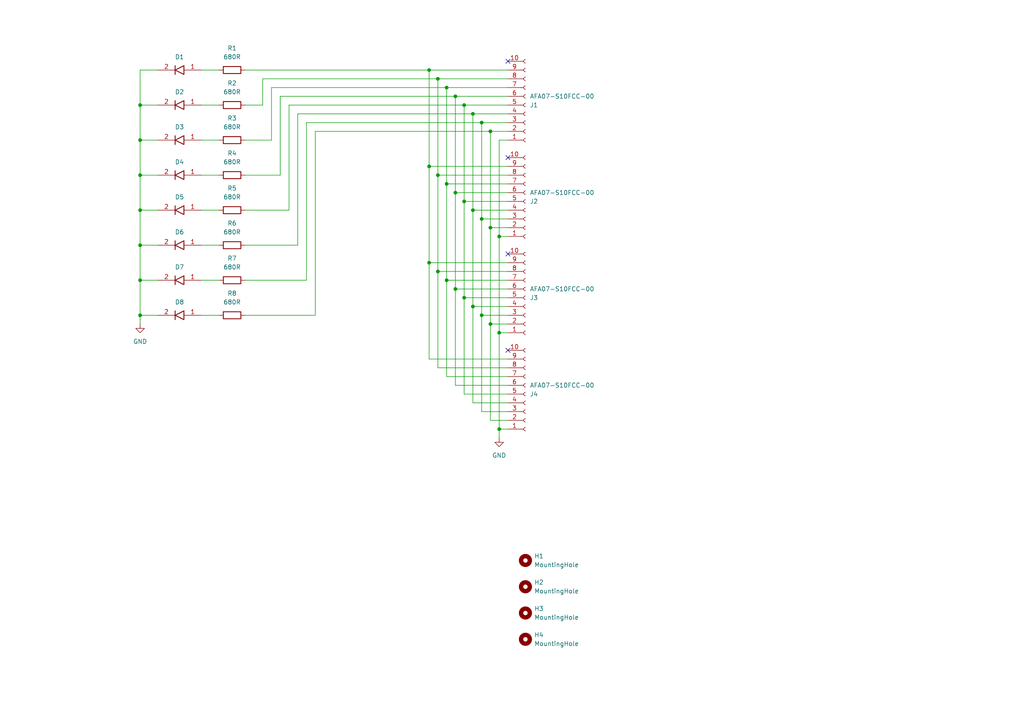
<source format=kicad_sch>
(kicad_sch (version 20231120) (generator "eeschema") (generator_version "8.0")
  (paper "A4")
  (title_block (title "${article} v${version}"))
  (lib_symbols
    (symbol "Mechanical:MountingHole" (pin_names (offset 1.016)) (exclude_from_sim yes) (in_bom no)
      (property "Reference" "H" (at 0 5.08 0))
      (property "Value" "MountingHole" (at 0 3.175 0))
      (symbol "MountingHole_0_1"
        (circle (center 0 0) (radius 1.27) (stroke (width 1.27)))
      )
    )
    (symbol "kicad_inventree_lib:12-21_GHC-YR2S2_2C"
      (property "Reference" "LED" (at -2.032 5.334 0))
      (property "Value" "12-21_GHC-YR2S2_2C" (at -2.032 2.794 0))
      (symbol "12-21_GHC-YR2S2_2C_0_1"
        (polyline (pts (xy -1.27 -1.27) (xy -1.27 -3.81)) (stroke (width 0.254)))
        (polyline (pts (xy 1.27 -1.27) (xy 1.27 -3.81) (xy -1.27 -2.54) (xy 1.27 -1.27)) (stroke (width 0.254)))
      )
      (symbol "12-21_GHC-YR2S2_2C_1_1"
        (pin passive line (at 6.35 -2.54 180) (length 5.08) (name "") (number "1"))
        (pin passive line (at -6.35 -2.54 0) (length 5.08) (name "") (number "2"))
      )
    )
    (symbol "kicad_inventree_lib:AFA07-S10FCC-00" (pin_names (offset 1.016) hide)
      (property "Reference" "J" (at 0 12.7 0))
      (property "Value" "AFA07-S10FCC-00" (at 0 -15.24 0))
      (symbol "AFA07-S10FCC-00_1_1"
        (arc (start 0 -12.192) (mid -0.5058 -12.7) (end 0 -13.208) (stroke (width 0.1524)))
        (arc (start 0 -9.652) (mid -0.5058 -10.16) (end 0 -10.668) (stroke (width 0.1524)))
        (arc (start 0 -7.112) (mid -0.5058 -7.62) (end 0 -8.128) (stroke (width 0.1524)))
        (arc (start 0 -4.572) (mid -0.5058 -5.08) (end 0 -5.588) (stroke (width 0.1524)))
        (arc (start 0 -2.032) (mid -0.5058 -2.54) (end 0 -3.048) (stroke (width 0.1524)))
        (polyline (pts (xy -1.27 -12.7) (xy -0.508 -12.7)) (stroke (width 0.1524)))
        (polyline (pts (xy -1.27 -10.16) (xy -0.508 -10.16)) (stroke (width 0.1524)))
        (polyline (pts (xy -1.27 -7.62) (xy -0.508 -7.62)) (stroke (width 0.1524)))
        (polyline (pts (xy -1.27 -5.08) (xy -0.508 -5.08)) (stroke (width 0.1524)))
        (polyline (pts (xy -1.27 -2.54) (xy -0.508 -2.54)) (stroke (width 0.1524)))
        (polyline (pts (xy -1.27 0) (xy -0.508 0)) (stroke (width 0.1524)))
        (polyline (pts (xy -1.27 2.54) (xy -0.508 2.54)) (stroke (width 0.1524)))
        (polyline (pts (xy -1.27 5.08) (xy -0.508 5.08)) (stroke (width 0.1524)))
        (polyline (pts (xy -1.27 7.62) (xy -0.508 7.62)) (stroke (width 0.1524)))
        (polyline (pts (xy -1.27 10.16) (xy -0.508 10.16)) (stroke (width 0.1524)))
        (arc (start 0 0.508) (mid -0.5058 0) (end 0 -0.508) (stroke (width 0.1524)))
        (arc (start 0 3.048) (mid -0.5058 2.54) (end 0 2.032) (stroke (width 0.1524)))
        (arc (start 0 5.588) (mid -0.5058 5.08) (end 0 4.572) (stroke (width 0.1524)))
        (arc (start 0 8.128) (mid -0.5058 7.62) (end 0 7.112) (stroke (width 0.1524)))
        (arc (start 0 10.668) (mid -0.5058 10.16) (end 0 9.652) (stroke (width 0.1524)))
        (pin passive line (at -5.08 10.16 0) (length 3.81) (name "Pin_1") (number "1"))
        (pin passive line (at -5.08 -12.7 0) (length 3.81) (name "Pin_10") (number "10"))
        (pin passive line (at -5.08 7.62 0) (length 3.81) (name "Pin_2") (number "2"))
        (pin passive line (at -5.08 5.08 0) (length 3.81) (name "Pin_3") (number "3"))
        (pin passive line (at -5.08 2.54 0) (length 3.81) (name "Pin_4") (number "4"))
        (pin passive line (at -5.08 0 0) (length 3.81) (name "Pin_5") (number "5"))
        (pin passive line (at -5.08 -2.54 0) (length 3.81) (name "Pin_6") (number "6"))
        (pin passive line (at -5.08 -5.08 0) (length 3.81) (name "Pin_7") (number "7"))
        (pin passive line (at -5.08 -7.62 0) (length 3.81) (name "Pin_8") (number "8"))
        (pin passive line (at -5.08 -10.16 0) (length 3.81) (name "Pin_9") (number "9"))
      )
    )
    (symbol "kicad_inventree_lib:R_680R_1206_1%" (pin_numbers hide) (pin_names (offset 0))
      (property "Reference" "R" (at 2.032 0 90))
      (property "Value" "680R" (at 0 0 90))
      (symbol "R_680R_1206_1%_0_1"
        (rectangle (start -1.016 -2.54) (end 1.016 2.54) (stroke (width 0.254)))
      )
      (symbol "R_680R_1206_1%_1_1"
        (pin passive line (at 0 3.81 270) (length 1.27) (name "~") (number "1"))
        (pin passive line (at 0 -3.81 90) (length 1.27) (name "~") (number "2"))
      )
    )
    (symbol "power:GND" (power) (pin_numbers hide) (pin_names (offset 0) hide)
      (property "Value" "GND" (at 0 -3.81 0))
      (symbol "GND_0_1"
        (polyline (pts (xy 0 0) (xy 0 -1.27) (xy 1.27 -1.27) (xy 0 -2.54) (xy -1.27 -1.27) (xy 0 -1.27)))
      )
      (symbol "GND_1_1"
        (pin power_in line (at 0 0 270) (length 0) (name "~") (number "1"))
      )
    )
  )
  (junction (at 124.46 76.2))
  (junction (at 132.08 55.88))
  (junction (at 127 50.8))
  (junction (at 144.78 124.46))
  (junction (at 137.16 33.02))
  (junction (at 139.7 91.44))
  (junction (at 40.64 60.96))
  (junction (at 142.24 38.1))
  (junction (at 142.24 66.04))
  (junction (at 137.16 60.96))
  (junction (at 132.08 27.94))
  (junction (at 139.7 35.56))
  (junction (at 139.7 63.5))
  (junction (at 40.64 91.44))
  (junction (at 127 78.74))
  (junction (at 144.78 96.52))
  (junction (at 40.64 71.12))
  (junction (at 132.08 83.82))
  (junction (at 144.78 68.58))
  (junction (at 129.54 53.34))
  (junction (at 134.62 86.36))
  (junction (at 127 22.86))
  (junction (at 40.64 50.8))
  (junction (at 40.64 81.28))
  (junction (at 124.46 20.32))
  (junction (at 134.62 30.48))
  (junction (at 40.64 30.48))
  (junction (at 124.46 48.26))
  (junction (at 142.24 93.98))
  (junction (at 129.54 25.4))
  (junction (at 134.62 58.42))
  (junction (at 129.54 81.28))
  (junction (at 40.64 40.64))
  (junction (at 137.16 88.9))
  (no_connect (at 147.32 45.72))
  (no_connect (at 147.32 73.66))
  (no_connect (at 147.32 101.6))
  (no_connect (at 147.32 17.78))
  (wire (pts (xy 132.08 83.82) (xy 147.32 83.82)))
  (wire (pts (xy 139.7 63.5) (xy 139.7 91.44)))
  (wire (pts (xy 58.42 81.28) (xy 63.5 81.28)))
  (wire (pts (xy 137.16 33.02) (xy 147.32 33.02)))
  (wire (pts (xy 147.32 106.68) (xy 127 106.68)))
  (wire (pts (xy 134.62 58.42) (xy 147.32 58.42)))
  (wire (pts (xy 40.64 40.64) (xy 40.64 50.8)))
  (wire (pts (xy 137.16 60.96) (xy 137.16 33.02)))
  (wire (pts (xy 134.62 86.36) (xy 134.62 58.42)))
  (wire (pts (xy 127 22.86) (xy 147.32 22.86)))
  (wire (pts (xy 144.78 68.58) (xy 144.78 96.52)))
  (wire (pts (xy 129.54 109.22) (xy 129.54 81.28)))
  (wire (pts (xy 132.08 111.76) (xy 132.08 83.82)))
  (wire (pts (xy 40.64 91.44) (xy 40.64 93.98)))
  (wire (pts (xy 147.32 40.64) (xy 144.78 40.64)))
  (wire (pts (xy 124.46 76.2) (xy 147.32 76.2)))
  (wire (pts (xy 78.74 25.4) (xy 129.54 25.4)))
  (wire (pts (xy 127 50.8) (xy 127 22.86)))
  (wire (pts (xy 147.32 114.3) (xy 134.62 114.3)))
  (wire (pts (xy 40.64 60.96) (xy 40.64 71.12)))
  (wire (pts (xy 137.16 60.96) (xy 137.16 88.9)))
  (wire (pts (xy 147.32 63.5) (xy 139.7 63.5)))
  (wire (pts (xy 147.32 88.9) (xy 137.16 88.9)))
  (wire (pts (xy 124.46 76.2) (xy 124.46 48.26)))
  (wire (pts (xy 142.24 93.98) (xy 142.24 121.92)))
  (wire (pts (xy 137.16 88.9) (xy 137.16 116.84)))
  (wire (pts (xy 76.2 22.86) (xy 127 22.86)))
  (wire (pts (xy 129.54 53.34) (xy 129.54 25.4)))
  (wire (pts (xy 86.36 33.02) (xy 137.16 33.02)))
  (wire (pts (xy 129.54 25.4) (xy 147.32 25.4)))
  (wire (pts (xy 132.08 83.82) (xy 132.08 55.88)))
  (wire (pts (xy 124.46 104.14) (xy 124.46 76.2)))
  (wire (pts (xy 83.82 60.96) (xy 71.12 60.96)))
  (wire (pts (xy 91.44 91.44) (xy 91.44 38.1)))
  (wire (pts (xy 124.46 20.32) (xy 147.32 20.32)))
  (wire (pts (xy 58.42 71.12) (xy 63.5 71.12)))
  (wire (pts (xy 71.12 91.44) (xy 91.44 91.44)))
  (wire (pts (xy 124.46 48.26) (xy 124.46 20.32)))
  (wire (pts (xy 40.64 50.8) (xy 40.64 60.96)))
  (wire (pts (xy 76.2 22.86) (xy 76.2 30.48)))
  (wire (pts (xy 71.12 30.48) (xy 76.2 30.48)))
  (wire (pts (xy 142.24 93.98) (xy 147.32 93.98)))
  (wire (pts (xy 45.72 30.48) (xy 40.64 30.48)))
  (wire (pts (xy 132.08 55.88) (xy 147.32 55.88)))
  (wire (pts (xy 45.72 40.64) (xy 40.64 40.64)))
  (wire (pts (xy 132.08 27.94) (xy 147.32 27.94)))
  (wire (pts (xy 58.42 50.8) (xy 63.5 50.8)))
  (wire (pts (xy 144.78 124.46) (xy 147.32 124.46)))
  (wire (pts (xy 58.42 60.96) (xy 63.5 60.96)))
  (wire (pts (xy 147.32 104.14) (xy 124.46 104.14)))
  (wire (pts (xy 91.44 38.1) (xy 142.24 38.1)))
  (wire (pts (xy 40.64 81.28) (xy 40.64 91.44)))
  (wire (pts (xy 45.72 50.8) (xy 40.64 50.8)))
  (wire (pts (xy 129.54 81.28) (xy 147.32 81.28)))
  (wire (pts (xy 45.72 81.28) (xy 40.64 81.28)))
  (wire (pts (xy 127 78.74) (xy 147.32 78.74)))
  (wire (pts (xy 81.28 27.94) (xy 81.28 50.8)))
  (wire (pts (xy 78.74 25.4) (xy 78.74 40.64)))
  (wire (pts (xy 139.7 63.5) (xy 139.7 35.56)))
  (wire (pts (xy 83.82 30.48) (xy 134.62 30.48)))
  (wire (pts (xy 132.08 55.88) (xy 132.08 27.94)))
  (wire (pts (xy 127 50.8) (xy 147.32 50.8)))
  (wire (pts (xy 147.32 109.22) (xy 129.54 109.22)))
  (wire (pts (xy 142.24 38.1) (xy 147.32 38.1)))
  (wire (pts (xy 88.9 81.28) (xy 71.12 81.28)))
  (wire (pts (xy 139.7 35.56) (xy 147.32 35.56)))
  (wire (pts (xy 58.42 91.44) (xy 63.5 91.44)))
  (wire (pts (xy 86.36 33.02) (xy 86.36 71.12)))
  (wire (pts (xy 45.72 20.32) (xy 40.64 20.32)))
  (wire (pts (xy 83.82 30.48) (xy 83.82 60.96)))
  (wire (pts (xy 147.32 111.76) (xy 132.08 111.76)))
  (wire (pts (xy 88.9 35.56) (xy 139.7 35.56)))
  (wire (pts (xy 134.62 114.3) (xy 134.62 86.36)))
  (wire (pts (xy 58.42 20.32) (xy 63.5 20.32)))
  (wire (pts (xy 88.9 35.56) (xy 88.9 81.28)))
  (wire (pts (xy 45.72 91.44) (xy 40.64 91.44)))
  (wire (pts (xy 81.28 27.94) (xy 132.08 27.94)))
  (wire (pts (xy 45.72 60.96) (xy 40.64 60.96)))
  (wire (pts (xy 40.64 30.48) (xy 40.64 40.64)))
  (wire (pts (xy 129.54 81.28) (xy 129.54 53.34)))
  (wire (pts (xy 144.78 96.52) (xy 147.32 96.52)))
  (wire (pts (xy 40.64 20.32) (xy 40.64 30.48)))
  (wire (pts (xy 129.54 53.34) (xy 147.32 53.34)))
  (wire (pts (xy 144.78 124.46) (xy 144.78 127)))
  (wire (pts (xy 137.16 60.96) (xy 147.32 60.96)))
  (wire (pts (xy 144.78 96.52) (xy 144.78 124.46)))
  (wire (pts (xy 127 78.74) (xy 127 50.8)))
  (wire (pts (xy 78.74 40.64) (xy 71.12 40.64)))
  (wire (pts (xy 124.46 48.26) (xy 147.32 48.26)))
  (wire (pts (xy 45.72 71.12) (xy 40.64 71.12)))
  (wire (pts (xy 147.32 119.38) (xy 139.7 119.38)))
  (wire (pts (xy 58.42 30.48) (xy 63.5 30.48)))
  (wire (pts (xy 144.78 40.64) (xy 144.78 68.58)))
  (wire (pts (xy 147.32 121.92) (xy 142.24 121.92)))
  (wire (pts (xy 142.24 66.04) (xy 142.24 93.98)))
  (wire (pts (xy 134.62 86.36) (xy 147.32 86.36)))
  (wire (pts (xy 134.62 30.48) (xy 147.32 30.48)))
  (wire (pts (xy 81.28 50.8) (xy 71.12 50.8)))
  (wire (pts (xy 127 106.68) (xy 127 78.74)))
  (wire (pts (xy 142.24 66.04) (xy 142.24 38.1)))
  (wire (pts (xy 139.7 91.44) (xy 139.7 119.38)))
  (wire (pts (xy 144.78 68.58) (xy 147.32 68.58)))
  (wire (pts (xy 147.32 116.84) (xy 137.16 116.84)))
  (wire (pts (xy 40.64 71.12) (xy 40.64 81.28)))
  (wire (pts (xy 134.62 58.42) (xy 134.62 30.48)))
  (wire (pts (xy 58.42 40.64) (xy 63.5 40.64)))
  (wire (pts (xy 147.32 66.04) (xy 142.24 66.04)))
  (wire (pts (xy 86.36 71.12) (xy 71.12 71.12)))
  (wire (pts (xy 71.12 20.32) (xy 124.46 20.32)))
  (wire (pts (xy 139.7 91.44) (xy 147.32 91.44)))
  (symbol (lib_id "kicad_inventree_lib:R_680R_1206_1%") (at 67.31 81.28 90) (unit 1)
    (property "Reference" "R7" (at 67.31 74.93 90))
    (property "Value" "680R" (at 67.31 77.47 90))
    (property "Footprint" "Resistor_SMD:R_1206_3216Metric_Pad1.30x1.75mm_HandSolder" (effects (hide yes)))
    (property "Datasheet" "http://inventree.network/part/168/" (effects (hide yes)))
    (property "Description" "Resistor" (effects (hide yes)))
    (property "part_ipn" "R_680R_1206_1%" (effects (hide yes)))
  )
  (symbol (lib_id "kicad_inventree_lib:AFA07-S10FCC-00") (at 152.4 86.36 0) (mirror x) (unit 1)
    (property "Reference" "J3" (at 153.67 86.3601 0) (effects (justify left)))
    (property "Value" "AFA07-S10FCC-00" (at 153.67 83.8201 0) (effects (justify left)))
    (property "Footprint" "kicad_inventree_lib:CONN10_AFA07-S10_JUS" (effects (hide yes)))
    (property "Datasheet" "http://inventree.network/part/170/" (effects (hide yes)))
    (property "Description" "Generic connector, single row, 01x10, script generated" (effects (hide yes)))
  )
  (symbol (lib_id "kicad_inventree_lib:R_680R_1206_1%") (at 67.31 30.48 90) (unit 1)
    (property "Reference" "R2" (at 67.31 24.13 90))
    (property "Value" "680R" (at 67.31 26.67 90))
    (property "Footprint" "Resistor_SMD:R_1206_3216Metric_Pad1.30x1.75mm_HandSolder" (effects (hide yes)))
    (property "Datasheet" "http://inventree.network/part/168/" (effects (hide yes)))
    (property "Description" "Resistor" (effects (hide yes)))
    (property "part_ipn" "R_680R_1206_1%" (effects (hide yes)))
  )
  (symbol (lib_id "kicad_inventree_lib:R_680R_1206_1%") (at 67.31 91.44 90) (unit 1)
    (property "Reference" "R8" (at 67.31 85.09 90))
    (property "Value" "680R" (at 67.31 87.63 90))
    (property "Footprint" "Resistor_SMD:R_1206_3216Metric_Pad1.30x1.75mm_HandSolder" (effects (hide yes)))
    (property "Datasheet" "http://inventree.network/part/168/" (effects (hide yes)))
    (property "Description" "Resistor" (effects (hide yes)))
    (property "part_ipn" "R_680R_1206_1%" (effects (hide yes)))
  )
  (symbol (lib_id "power:GND") (at 144.78 127 0) (unit 1)
    (property "Reference" "#PWR01" (effects (hide yes)))
    (property "Value" "GND" (at 144.78 132.08 0))
    (property "Description" "Power symbol creates a global label with name \"GND\" , ground" (effects (hide yes)))
  )
  (symbol (lib_id "kicad_inventree_lib:12-21_GHC-YR2S2_2C") (at 52.07 27.94 0) (unit 1)
    (property "Reference" "D2" (at 52.07 26.67 0))
    (property "Value" "12-21_GHC-YR2S2_2C" (effects (hide yes)))
    (property "Footprint" "kicad_inventree_lib:1221GHCYR2S22C" (effects (hide yes)))
    (property "Datasheet" "https://www.vtm.co.uk/PDF/Everlight/12-21-GHC-YR2S2-2C.pdf" (effects (hide yes)))
    (property "Description" "Standard LEDs - SMD Green Water Clear Right Angle" (effects (hide yes)))
    (property "Height" "1.2" (effects (hide yes)))
    (property "Manufacturer_Name" "Everlight" (effects (hide yes)))
    (property "part_ipn" "12-21/GHC-YR2S2/2C " (effects (hide yes)))
  )
  (symbol (lib_id "kicad_inventree_lib:12-21_GHC-YR2S2_2C") (at 52.07 88.9 0) (unit 1)
    (property "Reference" "D8" (at 52.07 87.63 0))
    (property "Value" "12-21_GHC-YR2S2_2C" (effects (hide yes)))
    (property "Footprint" "kicad_inventree_lib:1221GHCYR2S22C" (effects (hide yes)))
    (property "Datasheet" "https://www.vtm.co.uk/PDF/Everlight/12-21-GHC-YR2S2-2C.pdf" (effects (hide yes)))
    (property "Description" "Standard LEDs - SMD Green Water Clear Right Angle" (effects (hide yes)))
    (property "Height" "1.2" (effects (hide yes)))
    (property "Manufacturer_Name" "Everlight" (effects (hide yes)))
    (property "part_ipn" "12-21/GHC-YR2S2/2C " (effects (hide yes)))
  )
  (symbol (lib_id "Mechanical:MountingHole") (at 152.4 177.8 0) (unit 1) (exclude_from_sim yes) (in_bom no)
    (property "Reference" "H3" (at 154.94 176.5299 0) (effects (justify left)))
    (property "Value" "MountingHole" (at 154.94 179.0699 0) (effects (justify left)))
    (property "Footprint" "MountingHole:MountingHole_2.2mm_M2" (effects (hide yes)))
    (property "Description" "Mounting Hole without connection" (effects (hide yes)))
  )
  (symbol (lib_id "Mechanical:MountingHole") (at 152.4 185.42 0) (unit 1) (exclude_from_sim yes) (in_bom no)
    (property "Reference" "H4" (at 154.94 184.1499 0) (effects (justify left)))
    (property "Value" "MountingHole" (at 154.94 186.6899 0) (effects (justify left)))
    (property "Footprint" "MountingHole:MountingHole_2.2mm_M2" (effects (hide yes)))
    (property "Description" "Mounting Hole without connection" (effects (hide yes)))
  )
  (symbol (lib_id "Mechanical:MountingHole") (at 152.4 162.56 0) (unit 1) (exclude_from_sim yes) (in_bom no)
    (property "Reference" "H1" (at 154.94 161.2899 0) (effects (justify left)))
    (property "Value" "MountingHole" (at 154.94 163.8299 0) (effects (justify left)))
    (property "Footprint" "MountingHole:MountingHole_2.2mm_M2" (effects (hide yes)))
    (property "Description" "Mounting Hole without connection" (effects (hide yes)))
  )
  (symbol (lib_id "kicad_inventree_lib:12-21_GHC-YR2S2_2C") (at 52.07 38.1 0) (unit 1)
    (property "Reference" "D3" (at 52.07 36.83 0))
    (property "Value" "12-21_GHC-YR2S2_2C" (effects (hide yes)))
    (property "Footprint" "kicad_inventree_lib:1221GHCYR2S22C" (effects (hide yes)))
    (property "Datasheet" "https://www.vtm.co.uk/PDF/Everlight/12-21-GHC-YR2S2-2C.pdf" (effects (hide yes)))
    (property "Description" "Standard LEDs - SMD Green Water Clear Right Angle" (effects (hide yes)))
    (property "Height" "1.2" (effects (hide yes)))
    (property "Manufacturer_Name" "Everlight" (effects (hide yes)))
    (property "part_ipn" "12-21/GHC-YR2S2/2C " (effects (hide yes)))
  )
  (symbol (lib_id "kicad_inventree_lib:R_680R_1206_1%") (at 67.31 40.64 90) (unit 1)
    (property "Reference" "R3" (at 67.31 34.29 90))
    (property "Value" "680R" (at 67.31 36.83 90))
    (property "Footprint" "Resistor_SMD:R_1206_3216Metric_Pad1.30x1.75mm_HandSolder" (effects (hide yes)))
    (property "Datasheet" "http://inventree.network/part/168/" (effects (hide yes)))
    (property "Description" "Resistor" (effects (hide yes)))
    (property "part_ipn" "R_680R_1206_1%" (effects (hide yes)))
  )
  (symbol (lib_id "kicad_inventree_lib:12-21_GHC-YR2S2_2C") (at 52.07 17.78 0) (unit 1)
    (property "Reference" "D1" (at 52.07 16.51 0))
    (property "Value" "12-21_GHC-YR2S2_2C" (effects (hide yes)))
    (property "Footprint" "kicad_inventree_lib:1221GHCYR2S22C" (effects (hide yes)))
    (property "Datasheet" "https://www.vtm.co.uk/PDF/Everlight/12-21-GHC-YR2S2-2C.pdf" (effects (hide yes)))
    (property "Description" "Standard LEDs - SMD Green Water Clear Right Angle" (effects (hide yes)))
    (property "Height" "1.2" (effects (hide yes)))
    (property "Manufacturer_Name" "Everlight" (effects (hide yes)))
    (property "part_ipn" "12-21/GHC-YR2S2/2C " (effects (hide yes)))
  )
  (symbol (lib_id "kicad_inventree_lib:12-21_GHC-YR2S2_2C") (at 52.07 78.74 0) (unit 1)
    (property "Reference" "D7" (at 52.07 77.47 0))
    (property "Value" "12-21_GHC-YR2S2_2C" (effects (hide yes)))
    (property "Footprint" "kicad_inventree_lib:1221GHCYR2S22C" (effects (hide yes)))
    (property "Datasheet" "https://www.vtm.co.uk/PDF/Everlight/12-21-GHC-YR2S2-2C.pdf" (effects (hide yes)))
    (property "Description" "Standard LEDs - SMD Green Water Clear Right Angle" (effects (hide yes)))
    (property "Height" "1.2" (effects (hide yes)))
    (property "Manufacturer_Name" "Everlight" (effects (hide yes)))
    (property "part_ipn" "12-21/GHC-YR2S2/2C " (effects (hide yes)))
  )
  (symbol (lib_id "kicad_inventree_lib:12-21_GHC-YR2S2_2C") (at 52.07 58.42 0) (unit 1)
    (property "Reference" "D5" (at 52.07 57.15 0))
    (property "Value" "12-21_GHC-YR2S2_2C" (effects (hide yes)))
    (property "Footprint" "kicad_inventree_lib:1221GHCYR2S22C" (effects (hide yes)))
    (property "Datasheet" "https://www.vtm.co.uk/PDF/Everlight/12-21-GHC-YR2S2-2C.pdf" (effects (hide yes)))
    (property "Description" "Standard LEDs - SMD Green Water Clear Right Angle" (effects (hide yes)))
    (property "Height" "1.2" (effects (hide yes)))
    (property "Manufacturer_Name" "Everlight" (effects (hide yes)))
    (property "part_ipn" "12-21/GHC-YR2S2/2C " (effects (hide yes)))
  )
  (symbol (lib_id "kicad_inventree_lib:12-21_GHC-YR2S2_2C") (at 52.07 48.26 0) (unit 1)
    (property "Reference" "D4" (at 52.07 46.99 0))
    (property "Value" "12-21_GHC-YR2S2_2C" (effects (hide yes)))
    (property "Footprint" "kicad_inventree_lib:1221GHCYR2S22C" (effects (hide yes)))
    (property "Datasheet" "https://www.vtm.co.uk/PDF/Everlight/12-21-GHC-YR2S2-2C.pdf" (effects (hide yes)))
    (property "Description" "Standard LEDs - SMD Green Water Clear Right Angle" (effects (hide yes)))
    (property "Height" "1.2" (effects (hide yes)))
    (property "Manufacturer_Name" "Everlight" (effects (hide yes)))
    (property "part_ipn" "12-21/GHC-YR2S2/2C " (effects (hide yes)))
  )
  (symbol (lib_id "kicad_inventree_lib:R_680R_1206_1%") (at 67.31 20.32 90) (unit 1)
    (property "Reference" "R1" (at 67.31 13.97 90))
    (property "Value" "680R" (at 67.31 16.51 90))
    (property "Footprint" "Resistor_SMD:R_1206_3216Metric_Pad1.30x1.75mm_HandSolder" (effects (hide yes)))
    (property "Datasheet" "http://inventree.network/part/168/" (effects (hide yes)))
    (property "Description" "Resistor" (effects (hide yes)))
    (property "part_ipn" "R_680R_1206_1%" (effects (hide yes)))
  )
  (symbol (lib_id "kicad_inventree_lib:AFA07-S10FCC-00") (at 152.4 58.42 0) (mirror x) (unit 1)
    (property "Reference" "J2" (at 153.67 58.4201 0) (effects (justify left)))
    (property "Value" "AFA07-S10FCC-00" (at 153.67 55.8801 0) (effects (justify left)))
    (property "Footprint" "kicad_inventree_lib:CONN10_AFA07-S10_JUS" (effects (hide yes)))
    (property "Datasheet" "http://inventree.network/part/170/" (effects (hide yes)))
    (property "Description" "Generic connector, single row, 01x10, script generated" (effects (hide yes)))
  )
  (symbol (lib_id "Mechanical:MountingHole") (at 152.4 170.18 0) (unit 1) (exclude_from_sim yes) (in_bom no)
    (property "Reference" "H2" (at 154.94 168.9099 0) (effects (justify left)))
    (property "Value" "MountingHole" (at 154.94 171.4499 0) (effects (justify left)))
    (property "Footprint" "MountingHole:MountingHole_2.2mm_M2" (effects (hide yes)))
    (property "Description" "Mounting Hole without connection" (effects (hide yes)))
  )
  (symbol (lib_id "kicad_inventree_lib:R_680R_1206_1%") (at 67.31 50.8 90) (unit 1)
    (property "Reference" "R4" (at 67.31 44.45 90))
    (property "Value" "680R" (at 67.31 46.99 90))
    (property "Footprint" "Resistor_SMD:R_1206_3216Metric_Pad1.30x1.75mm_HandSolder" (effects (hide yes)))
    (property "Datasheet" "http://inventree.network/part/168/" (effects (hide yes)))
    (property "Description" "Resistor" (effects (hide yes)))
    (property "part_ipn" "R_680R_1206_1%" (effects (hide yes)))
  )
  (symbol (lib_id "kicad_inventree_lib:AFA07-S10FCC-00") (at 152.4 114.3 0) (mirror x) (unit 1)
    (property "Reference" "J4" (at 153.67 114.3001 0) (effects (justify left)))
    (property "Value" "AFA07-S10FCC-00" (at 153.67 111.7601 0) (effects (justify left)))
    (property "Footprint" "kicad_inventree_lib:CONN10_AFA07-S10_JUS" (effects (hide yes)))
    (property "Datasheet" "http://inventree.network/part/170/" (effects (hide yes)))
    (property "Description" "Generic connector, single row, 01x10, script generated" (effects (hide yes)))
  )
  (symbol (lib_id "kicad_inventree_lib:12-21_GHC-YR2S2_2C") (at 52.07 68.58 0) (unit 1)
    (property "Reference" "D6" (at 52.07 67.31 0))
    (property "Value" "12-21_GHC-YR2S2_2C" (effects (hide yes)))
    (property "Footprint" "kicad_inventree_lib:1221GHCYR2S22C" (effects (hide yes)))
    (property "Datasheet" "https://www.vtm.co.uk/PDF/Everlight/12-21-GHC-YR2S2-2C.pdf" (effects (hide yes)))
    (property "Description" "Standard LEDs - SMD Green Water Clear Right Angle" (effects (hide yes)))
    (property "Height" "1.2" (effects (hide yes)))
    (property "Manufacturer_Name" "Everlight" (effects (hide yes)))
    (property "part_ipn" "12-21/GHC-YR2S2/2C " (effects (hide yes)))
  )
  (symbol (lib_id "kicad_inventree_lib:R_680R_1206_1%") (at 67.31 60.96 90) (unit 1)
    (property "Reference" "R5" (at 67.31 54.61 90))
    (property "Value" "680R" (at 67.31 57.15 90))
    (property "Footprint" "Resistor_SMD:R_1206_3216Metric_Pad1.30x1.75mm_HandSolder" (effects (hide yes)))
    (property "Datasheet" "http://inventree.network/part/168/" (effects (hide yes)))
    (property "Description" "Resistor" (effects (hide yes)))
    (property "part_ipn" "R_680R_1206_1%" (effects (hide yes)))
  )
  (symbol (lib_id "power:GND") (at 40.64 93.98 0) (unit 1)
    (property "Reference" "#PWR02" (effects (hide yes)))
    (property "Value" "GND" (at 40.64 99.06 0))
    (property "Description" "Power symbol creates a global label with name \"GND\" , ground" (effects (hide yes)))
  )
  (symbol (lib_id "kicad_inventree_lib:AFA07-S10FCC-00") (at 152.4 30.48 0) (mirror x) (unit 1)
    (property "Reference" "J1" (at 153.67 30.4801 0) (effects (justify left)))
    (property "Value" "AFA07-S10FCC-00" (at 153.67 27.9401 0) (effects (justify left)))
    (property "Footprint" "kicad_inventree_lib:CONN10_AFA07-S10_JUS" (effects (hide yes)))
    (property "Datasheet" "http://inventree.network/part/170/" (effects (hide yes)))
    (property "Description" "Generic connector, single row, 01x10, script generated" (effects (hide yes)))
  )
  (symbol (lib_id "kicad_inventree_lib:R_680R_1206_1%") (at 67.31 71.12 90) (unit 1)
    (property "Reference" "R6" (at 67.31 64.77 90))
    (property "Value" "680R" (at 67.31 67.31 90))
    (property "Footprint" "Resistor_SMD:R_1206_3216Metric_Pad1.30x1.75mm_HandSolder" (effects (hide yes)))
    (property "Datasheet" "http://inventree.network/part/168/" (effects (hide yes)))
    (property "Description" "Resistor" (effects (hide yes)))
    (property "part_ipn" "R_680R_1206_1%" (effects (hide yes)))
  )
)
</source>
